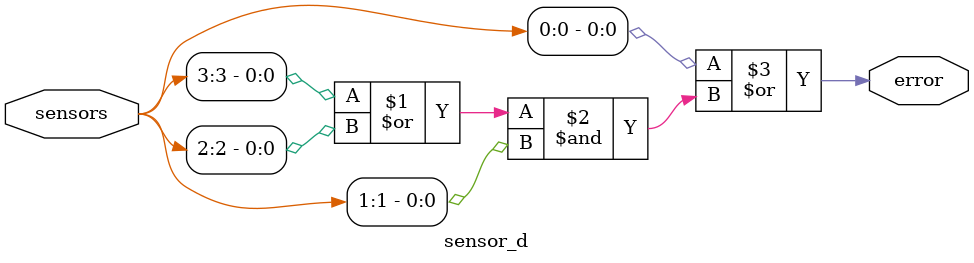
<source format=sv>

module sensor_d
(
 input wire [3:0] sensors,
 output wire error
 );
   assign error = sensors[0] | ((sensors[3] | sensors[2]) & sensors[1]);
endmodule 

</source>
